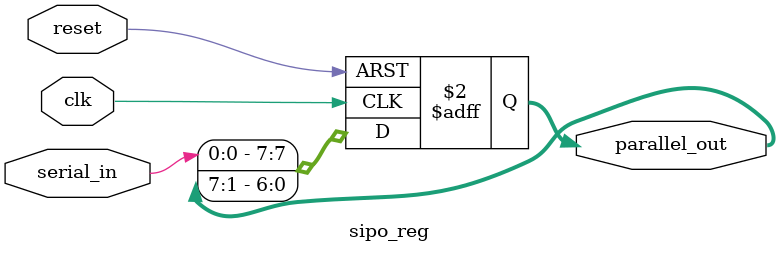
<source format=v>

module sipo_reg (
    input  wire       clk,        // Clock (driven by baud_tick)
    input  wire       reset,      // Asynchronous reset
    input  wire       serial_in,  // Serial data input
    output reg  [7:0] parallel_out // Parallel data output
);

    always @(posedge clk or posedge reset) begin
        if (reset) begin
            parallel_out <= 8'b0;
        end else begin
            // Shift in the new bit. The new bit becomes the MSB,
            // and the rest of the bits shift to the right.
            // The oldest bit is at the LSB.
            parallel_out <= {serial_in, parallel_out[7:1]};
        end
    end

endmodule

</source>
